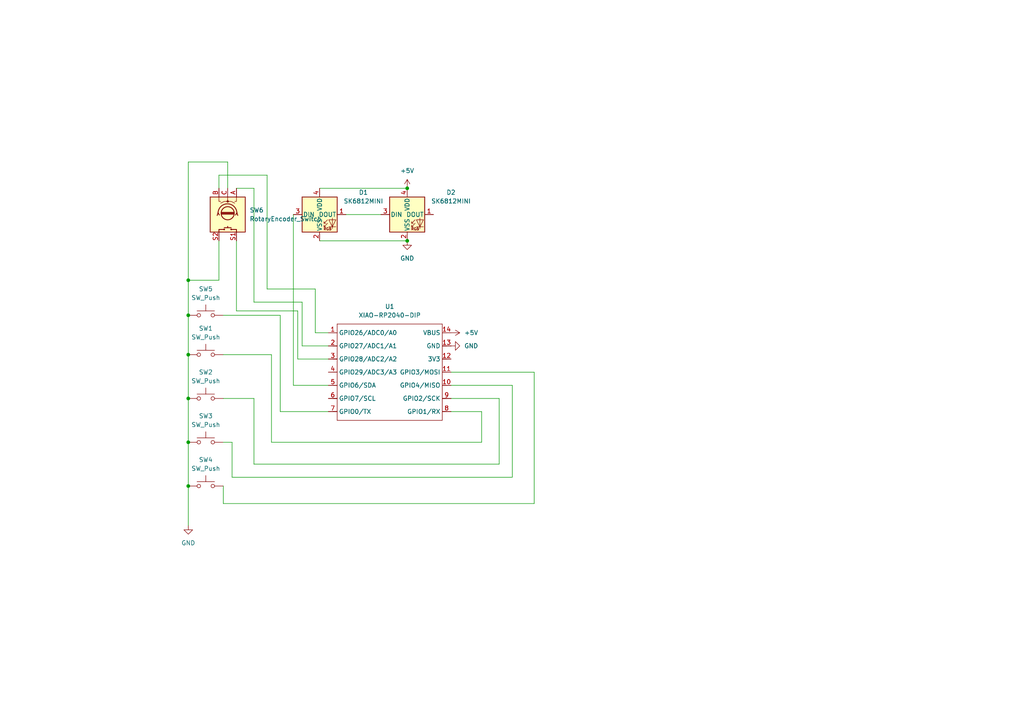
<source format=kicad_sch>
(kicad_sch (version 20250114) (generator "eeschema") (generator_version "9.0")
  (paper "A4")
  (lib_symbols
    (symbol "Device:RotaryEncoder_Switch" (pin_names (offset 0.254) (hide yes))
      (property "Reference" "SW" (at 0 6.604 0))
      (property "Value" "RotaryEncoder_Switch" (at 0 -6.604 0))
      (symbol "RotaryEncoder_Switch_0_1"
        (rectangle (start -5.08 5.08) (end 5.08 -5.08) (stroke (width 0.254)) (fill (type background)))
        (polyline (pts (xy -5.08 2.54) (xy -3.81 2.54) (xy -3.81 2.032)))
        (polyline (pts (xy -5.08 0) (xy -3.81 0) (xy -3.81 -1.016) (xy -3.302 -2.032)))
        (polyline (pts (xy -5.08 -2.54) (xy -3.81 -2.54) (xy -3.81 -2.032)))
        (polyline (pts (xy -4.318 0) (xy -3.81 0) (xy -3.81 1.016) (xy -3.302 2.032)))
        (circle (center -3.81 0) (radius 0.254) (fill (type outline)))
        (polyline (pts (xy -0.635 -1.778) (xy -0.635 1.778)) (stroke (width 0.254)))
        (circle (center -0.381 0) (radius 1.905) (stroke (width 0.254)))
        (polyline (pts (xy -0.381 -1.778) (xy -0.381 1.778)) (stroke (width 0.254)))
        (arc (start -0.381 -2.794) (mid -3.0988 -0.0635) (end -0.381 2.667) (stroke (width 0.254)))
        (polyline (pts (xy -0.127 1.778) (xy -0.127 -1.778)) (stroke (width 0.254)))
        (polyline (pts (xy 0.254 2.921) (xy -0.508 2.667) (xy 0.127 2.286)) (stroke (width 0.254)))
        (polyline (pts (xy 0.254 -3.048) (xy -0.508 -2.794) (xy 0.127 -2.413)) (stroke (width 0.254)))
        (polyline (pts (xy 3.81 1.016) (xy 3.81 -1.016)) (stroke (width 0.254)))
        (polyline (pts (xy 3.81 0) (xy 3.429 0)) (stroke (width 0.254)))
        (circle (center 4.318 1.016) (radius 0.127) (stroke (width 0.254)))
        (circle (center 4.318 -1.016) (radius 0.127) (stroke (width 0.254)))
        (polyline (pts (xy 5.08 2.54) (xy 4.318 2.54) (xy 4.318 1.016)) (stroke (width 0.254)))
        (polyline (pts (xy 5.08 -2.54) (xy 4.318 -2.54) (xy 4.318 -1.016)) (stroke (width 0.254)))
      )
      (symbol "RotaryEncoder_Switch_1_1"
        (pin passive line (at -7.62 2.54 0) (length 2.54) (name "A") (number "A"))
        (pin passive line (at -7.62 0 0) (length 2.54) (name "C") (number "C"))
        (pin passive line (at -7.62 -2.54 0) (length 2.54) (name "B") (number "B"))
        (pin passive line (at 7.62 2.54 180) (length 2.54) (name "S1") (number "S1"))
        (pin passive line (at 7.62 -2.54 180) (length 2.54) (name "S2") (number "S2"))
      )
    )
    (symbol "LED:SK6812MINI" (pin_names (offset 0.254))
      (property "Reference" "D" (at 5.08 5.715 0))
      (property "Value" "SK6812MINI" (at 1.27 -5.715 0))
      (symbol "SK6812MINI_0_0"
        (text "RGB" (at 2.286 -4.191 0) (effects (font (size 0.762 0.762))))
      )
      (symbol "SK6812MINI_0_1"
        (polyline (pts (xy 1.27 -2.54) (xy 1.778 -2.54)))
        (polyline (pts (xy 1.27 -3.556) (xy 1.778 -3.556)))
        (polyline (pts (xy 2.286 -1.524) (xy 1.27 -2.54) (xy 1.27 -2.032)))
        (polyline (pts (xy 2.286 -2.54) (xy 1.27 -3.556) (xy 1.27 -3.048)))
        (polyline (pts (xy 3.683 -1.016) (xy 3.683 -3.556) (xy 3.683 -4.064)))
        (polyline (pts (xy 4.699 -1.524) (xy 2.667 -1.524) (xy 3.683 -3.556) (xy 4.699 -1.524)))
        (polyline (pts (xy 4.699 -3.556) (xy 2.667 -3.556)))
        (rectangle (start 5.08 5.08) (end -5.08 -5.08) (stroke (width 0.254)) (fill (type background)))
      )
      (symbol "SK6812MINI_1_1"
        (pin input line (at -7.62 0 0) (length 2.54) (name "DIN") (number "3"))
        (pin power_in line (at 0 7.62 270) (length 2.54) (name "VDD") (number "4"))
        (pin power_in line (at 0 -7.62 90) (length 2.54) (name "VSS") (number "2"))
        (pin output line (at 7.62 0 180) (length 2.54) (name "DOUT") (number "1"))
      )
    )
    (symbol "Seeed_Studio_XIAO_Series:XIAO-RP2040-DIP"
      (property "Reference" "U" (at 0 0 0))
      (property "Value" "XIAO-RP2040-DIP" (at 5.334 -1.778 0))
      (symbol "XIAO-RP2040-DIP_1_0"
        (polyline (pts (xy -1.27 -2.54) (xy 29.21 -2.54)) (stroke (width 0.1524)))
        (polyline (pts (xy -1.27 -5.08) (xy -2.54 -5.08)) (stroke (width 0.1524)))
        (polyline (pts (xy -1.27 -5.08) (xy -1.27 -2.54)) (stroke (width 0.1524)))
        (polyline (pts (xy -1.27 -8.89) (xy -2.54 -8.89)) (stroke (width 0.1524)))
        (polyline (pts (xy -1.27 -8.89) (xy -1.27 -5.08)) (stroke (width 0.1524)))
        (polyline (pts (xy -1.27 -12.7) (xy -2.54 -12.7)) (stroke (width 0.1524)))
        (polyline (pts (xy -1.27 -12.7) (xy -1.27 -8.89)) (stroke (width 0.1524)))
        (polyline (pts (xy -1.27 -16.51) (xy -2.54 -16.51)) (stroke (width 0.1524)))
        (polyline (pts (xy -1.27 -16.51) (xy -1.27 -12.7)) (stroke (width 0.1524)))
        (polyline (pts (xy -1.27 -20.32) (xy -2.54 -20.32)) (stroke (width 0.1524)))
        (polyline (pts (xy -1.27 -24.13) (xy -2.54 -24.13)) (stroke (width 0.1524)))
        (polyline (pts (xy -1.27 -27.94) (xy -2.54 -27.94)) (stroke (width 0.1524)))
        (polyline (pts (xy -1.27 -30.48) (xy -1.27 -16.51)) (stroke (width 0.1524)))
        (polyline (pts (xy 29.21 -2.54) (xy 29.21 -5.08)) (stroke (width 0.1524)))
        (polyline (pts (xy 29.21 -5.08) (xy 29.21 -8.89)) (stroke (width 0.1524)))
        (polyline (pts (xy 29.21 -8.89) (xy 29.21 -12.7)) (stroke (width 0.1524)))
        (polyline (pts (xy 29.21 -12.7) (xy 29.21 -30.48)) (stroke (width 0.1524)))
        (polyline (pts (xy 29.21 -30.48) (xy -1.27 -30.48)) (stroke (width 0.1524)))
        (polyline (pts (xy 30.48 -5.08) (xy 29.21 -5.08)) (stroke (width 0.1524)))
        (polyline (pts (xy 30.48 -8.89) (xy 29.21 -8.89)) (stroke (width 0.1524)))
        (polyline (pts (xy 30.48 -12.7) (xy 29.21 -12.7)) (stroke (width 0.1524)))
        (polyline (pts (xy 30.48 -16.51) (xy 29.21 -16.51)) (stroke (width 0.1524)))
        (polyline (pts (xy 30.48 -20.32) (xy 29.21 -20.32)) (stroke (width 0.1524)))
        (polyline (pts (xy 30.48 -24.13) (xy 29.21 -24.13)) (stroke (width 0.1524)))
        (polyline (pts (xy 30.48 -27.94) (xy 29.21 -27.94)) (stroke (width 0.1524)))
        (pin passive line (at -3.81 -5.08 0) (length 2.54) (name "GPIO26/ADC0/A0") (number "1"))
        (pin passive line (at -3.81 -8.89 0) (length 2.54) (name "GPIO27/ADC1/A1") (number "2"))
        (pin passive line (at -3.81 -12.7 0) (length 2.54) (name "GPIO28/ADC2/A2") (number "3"))
        (pin passive line (at -3.81 -16.51 0) (length 2.54) (name "GPIO29/ADC3/A3") (number "4"))
        (pin passive line (at -3.81 -20.32 0) (length 2.54) (name "GPIO6/SDA") (number "5"))
        (pin passive line (at -3.81 -24.13 0) (length 2.54) (name "GPIO7/SCL") (number "6"))
        (pin passive line (at -3.81 -27.94 0) (length 2.54) (name "GPIO0/TX") (number "7"))
        (pin passive line (at 31.75 -5.08 180) (length 2.54) (name "VBUS") (number "14"))
        (pin passive line (at 31.75 -8.89 180) (length 2.54) (name "GND") (number "13"))
        (pin passive line (at 31.75 -12.7 180) (length 2.54) (name "3V3") (number "12"))
        (pin passive line (at 31.75 -16.51 180) (length 2.54) (name "GPIO3/MOSI") (number "11"))
        (pin passive line (at 31.75 -20.32 180) (length 2.54) (name "GPIO4/MISO") (number "10"))
        (pin passive line (at 31.75 -24.13 180) (length 2.54) (name "GPIO2/SCK") (number "9"))
        (pin passive line (at 31.75 -27.94 180) (length 2.54) (name "GPIO1/RX") (number "8"))
      )
    )
    (symbol "Switch:SW_Push" (pin_numbers (hide yes)) (pin_names (offset 1.016) (hide yes))
      (property "Reference" "SW" (at 1.27 2.54 0))
      (property "Value" "SW_Push" (at 0 -1.524 0))
      (symbol "SW_Push_0_1"
        (circle (center -2.032 0) (radius 0.508))
        (polyline (pts (xy 0 1.27) (xy 0 3.048)))
        (circle (center 2.032 0) (radius 0.508))
        (polyline (pts (xy 2.54 1.27) (xy -2.54 1.27)))
        (pin passive line (at -5.08 0 0) (length 2.54) (name "1") (number "1"))
        (pin passive line (at 5.08 0 180) (length 2.54) (name "2") (number "2"))
      )
    )
    (symbol "power:+5V" (power) (pin_numbers (hide yes)) (pin_names (offset 0) (hide yes))
      (property "Value" "+5V" (at 0 3.556 0))
      (symbol "+5V_0_1"
        (polyline (pts (xy -0.762 1.27) (xy 0 2.54)))
        (polyline (pts (xy 0 2.54) (xy 0.762 1.27)))
        (polyline (pts (xy 0 0) (xy 0 2.54)))
      )
      (symbol "+5V_1_1"
        (pin power_in line (at 0 0 90) (length 0) (name "~") (number "1"))
      )
    )
    (symbol "power:GND" (power) (pin_numbers (hide yes)) (pin_names (offset 0) (hide yes))
      (property "Value" "GND" (at 0 -3.81 0))
      (symbol "GND_0_1"
        (polyline (pts (xy 0 0) (xy 0 -1.27) (xy 1.27 -1.27) (xy 0 -2.54) (xy -1.27 -1.27) (xy 0 -1.27)))
      )
      (symbol "GND_1_1"
        (pin power_in line (at 0 0 270) (length 0) (name "~") (number "1"))
      )
    )
  )
  (junction (at 54.61 115.57))
  (junction (at 54.61 140.97))
  (junction (at 54.61 128.27))
  (junction (at 54.61 102.87))
  (junction (at 118.11 54.61))
  (junction (at 54.61 81.28))
  (junction (at 118.11 69.85))
  (junction (at 54.61 91.44))
  (wire (pts (xy 68.58 69.85) (xy 68.58 90.17)))
  (wire (pts (xy 54.61 102.87) (xy 54.61 115.57)))
  (wire (pts (xy 87.63 87.63) (xy 87.63 100.33)))
  (wire (pts (xy 78.74 102.87) (xy 78.74 128.27)))
  (wire (pts (xy 63.5 81.28) (xy 54.61 81.28)))
  (wire (pts (xy 95.25 119.38) (xy 81.28 119.38)))
  (wire (pts (xy 54.61 46.99) (xy 54.61 81.28)))
  (wire (pts (xy 73.66 54.61) (xy 73.66 87.63)))
  (wire (pts (xy 64.77 140.97) (xy 64.77 146.05)))
  (wire (pts (xy 68.58 90.17) (xy 86.36 90.17)))
  (wire (pts (xy 81.28 119.38) (xy 81.28 91.44)))
  (wire (pts (xy 68.58 54.61) (xy 73.66 54.61)))
  (wire (pts (xy 54.61 128.27) (xy 54.61 140.97)))
  (wire (pts (xy 63.5 54.61) (xy 63.5 50.8)))
  (wire (pts (xy 144.78 115.57) (xy 144.78 134.62)))
  (wire (pts (xy 63.5 50.8) (xy 77.47 50.8)))
  (wire (pts (xy 77.47 83.82) (xy 91.44 83.82)))
  (wire (pts (xy 92.71 69.85) (xy 118.11 69.85)))
  (wire (pts (xy 118.11 54.61) (xy 92.71 54.61)))
  (wire (pts (xy 54.61 140.97) (xy 54.61 152.4)))
  (wire (pts (xy 67.31 128.27) (xy 67.31 138.43)))
  (wire (pts (xy 91.44 96.52) (xy 95.25 96.52)))
  (wire (pts (xy 63.5 69.85) (xy 63.5 81.28)))
  (wire (pts (xy 78.74 128.27) (xy 139.7 128.27)))
  (wire (pts (xy 144.78 134.62) (xy 73.66 134.62)))
  (wire (pts (xy 130.81 119.38) (xy 139.7 119.38)))
  (wire (pts (xy 64.77 128.27) (xy 67.31 128.27)))
  (wire (pts (xy 130.81 115.57) (xy 144.78 115.57)))
  (wire (pts (xy 154.94 107.95) (xy 130.81 107.95)))
  (wire (pts (xy 64.77 115.57) (xy 73.66 115.57)))
  (wire (pts (xy 148.59 138.43) (xy 148.59 111.76)))
  (wire (pts (xy 64.77 102.87) (xy 78.74 102.87)))
  (wire (pts (xy 139.7 128.27) (xy 139.7 119.38)))
  (wire (pts (xy 73.66 87.63) (xy 87.63 87.63)))
  (wire (pts (xy 81.28 91.44) (xy 64.77 91.44)))
  (wire (pts (xy 77.47 50.8) (xy 77.47 83.82)))
  (wire (pts (xy 54.61 115.57) (xy 54.61 128.27)))
  (wire (pts (xy 148.59 111.76) (xy 130.81 111.76)))
  (wire (pts (xy 64.77 146.05) (xy 154.94 146.05)))
  (wire (pts (xy 85.09 62.23) (xy 85.09 111.76)))
  (wire (pts (xy 86.36 90.17) (xy 86.36 104.14)))
  (wire (pts (xy 100.33 62.23) (xy 110.49 62.23)))
  (wire (pts (xy 91.44 83.82) (xy 91.44 96.52)))
  (wire (pts (xy 154.94 146.05) (xy 154.94 107.95)))
  (wire (pts (xy 54.61 91.44) (xy 54.61 102.87)))
  (wire (pts (xy 54.61 81.28) (xy 54.61 91.44)))
  (wire (pts (xy 73.66 134.62) (xy 73.66 115.57)))
  (wire (pts (xy 86.36 104.14) (xy 95.25 104.14)))
  (wire (pts (xy 67.31 138.43) (xy 148.59 138.43)))
  (wire (pts (xy 95.25 111.76) (xy 85.09 111.76)))
  (wire (pts (xy 87.63 100.33) (xy 95.25 100.33)))
  (wire (pts (xy 66.04 46.99) (xy 54.61 46.99)))
  (wire (pts (xy 66.04 54.61) (xy 66.04 46.99)))
  (symbol (lib_id "Switch:SW_Push") (at 59.69 128.27 0) (unit 1)
    (property "Reference" "SW3" (at 59.69 120.65 0))
    (property "Value" "SW_Push" (at 59.69 123.19 0))
    (property "Footprint" "Button_Switch_Keyboard:SW_Cherry_MX_1.00u_PCB" (effects (hide yes)))
    (property "Description" "Push button switch, generic, two pins" (effects (hide yes)))
  )
  (symbol (lib_id "Device:RotaryEncoder_Switch") (at 66.04 62.23 270) (unit 1)
    (property "Reference" "SW6" (at 72.39 60.9599 90) (effects (justify left)))
    (property "Value" "RotaryEncoder_Switch" (at 72.39 63.4999 90) (effects (justify left)))
    (property "Footprint" "Rotary_Encoder:RotaryEncoder_Alps_EC11E-Switch_Vertical_H20mm" (effects (hide yes)))
    (property "Description" "Rotary encoder, dual channel, incremental quadrate outputs, with switch" (effects (hide yes)))
  )
  (symbol (lib_id "Switch:SW_Push") (at 59.69 140.97 0) (unit 1)
    (property "Reference" "SW4" (at 59.69 133.35 0))
    (property "Value" "SW_Push" (at 59.69 135.89 0))
    (property "Footprint" "Button_Switch_Keyboard:SW_Cherry_MX_1.00u_PCB" (effects (hide yes)))
    (property "Description" "Push button switch, generic, two pins" (effects (hide yes)))
  )
  (symbol (lib_id "power:GND") (at 130.81 100.33 90) (unit 1)
    (property "Reference" "#PWR05" (effects (hide yes)))
    (property "Value" "GND" (at 134.62 100.3299 90) (effects (justify right)))
    (property "Description" "Power symbol creates a global label with name \"GND\" , ground" (effects (hide yes)))
  )
  (symbol (lib_id "power:+5V") (at 118.11 54.61 0) (unit 1)
    (property "Reference" "#PWR03" (effects (hide yes)))
    (property "Value" "+5V" (at 118.11 49.53 0))
    (property "Description" "Power symbol creates a global label with name \"+5V\"" (effects (hide yes)))
  )
  (symbol (lib_id "LED:SK6812MINI") (at 118.11 62.23 0) (unit 1)
    (property "Reference" "D2" (at 130.81 55.8098 0))
    (property "Value" "SK6812MINI" (at 130.81 58.3498 0))
    (property "Footprint" "LED_SMD:LED_SK6812MINI_PLCC4_3.5x3.5mm_P1.75mm" (effects (hide yes)))
    (property "Datasheet" "https://cdn-shop.adafruit.com/product-files/2686/SK6812MINI_REV.01-1-2.pdf" (effects (hide yes)))
    (property "Description" "RGB LED with integrated controller" (effects (hide yes)))
  )
  (symbol (lib_id "Switch:SW_Push") (at 59.69 91.44 0) (unit 1)
    (property "Reference" "SW5" (at 59.69 83.82 0))
    (property "Value" "SW_Push" (at 59.69 86.36 0))
    (property "Footprint" "Button_Switch_Keyboard:SW_Cherry_MX_1.00u_PCB" (effects (hide yes)))
    (property "Description" "Push button switch, generic, two pins" (effects (hide yes)))
  )
  (symbol (lib_id "power:GND") (at 54.61 152.4 0) (unit 1)
    (property "Reference" "#PWR02" (effects (hide yes)))
    (property "Value" "GND" (at 54.61 157.48 0))
    (property "Description" "Power symbol creates a global label with name \"GND\" , ground" (effects (hide yes)))
  )
  (symbol (lib_id "LED:SK6812MINI") (at 92.71 62.23 0) (unit 1)
    (property "Reference" "D1" (at 105.41 55.8098 0))
    (property "Value" "SK6812MINI" (at 105.41 58.3498 0))
    (property "Footprint" "LED_SMD:LED_SK6812MINI_PLCC4_3.5x3.5mm_P1.75mm" (effects (hide yes)))
    (property "Datasheet" "https://cdn-shop.adafruit.com/product-files/2686/SK6812MINI_REV.01-1-2.pdf" (effects (hide yes)))
    (property "Description" "RGB LED with integrated controller" (effects (hide yes)))
  )
  (symbol (lib_id "Seeed_Studio_XIAO_Series:XIAO-RP2040-DIP") (at 99.06 91.44 0) (unit 1)
    (property "Reference" "U1" (at 113.03 88.9 0))
    (property "Value" "XIAO-RP2040-DIP" (at 113.03 91.44 0))
    (property "Footprint" "Seeed Studio XIAO Series Library:XIAO-RP2040-DIP" (effects (hide yes)))
  )
  (symbol (lib_id "power:+5V") (at 130.81 96.52 270) (unit 1)
    (property "Reference" "#PWR04" (effects (hide yes)))
    (property "Value" "+5V" (at 134.62 96.5199 90) (effects (justify left)))
    (property "Description" "Power symbol creates a global label with name \"+5V\"" (effects (hide yes)))
  )
  (symbol (lib_id "Switch:SW_Push") (at 59.69 102.87 0) (unit 1)
    (property "Reference" "SW1" (at 59.69 95.25 0))
    (property "Value" "SW_Push" (at 59.69 97.79 0))
    (property "Footprint" "Button_Switch_Keyboard:SW_Cherry_MX_1.00u_PCB" (effects (hide yes)))
    (property "Description" "Push button switch, generic, two pins" (effects (hide yes)))
  )
  (symbol (lib_id "Switch:SW_Push") (at 59.69 115.57 0) (unit 1)
    (property "Reference" "SW2" (at 59.69 107.95 0))
    (property "Value" "SW_Push" (at 59.69 110.49 0))
    (property "Footprint" "Button_Switch_Keyboard:SW_Cherry_MX_1.00u_PCB" (effects (hide yes)))
    (property "Description" "Push button switch, generic, two pins" (effects (hide yes)))
  )
  (symbol (lib_id "power:GND") (at 118.11 69.85 0) (unit 1)
    (property "Reference" "#PWR01" (effects (hide yes)))
    (property "Value" "GND" (at 118.11 74.93 0))
    (property "Description" "Power symbol creates a global label with name \"GND\" , ground" (effects (hide yes)))
  )
)
</source>
